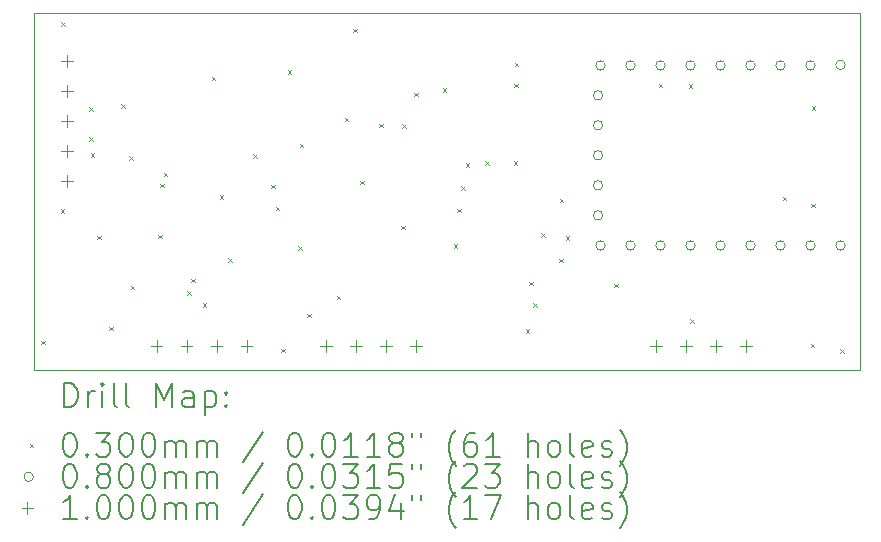
<source format=gbr>
%TF.GenerationSoftware,KiCad,Pcbnew,9.0.6*%
%TF.CreationDate,2025-12-01T20:52:56-05:00*%
%TF.ProjectId,Pico 2HP,5069636f-2032-4485-902e-6b696361645f,rev?*%
%TF.SameCoordinates,Original*%
%TF.FileFunction,Drillmap*%
%TF.FilePolarity,Positive*%
%FSLAX45Y45*%
G04 Gerber Fmt 4.5, Leading zero omitted, Abs format (unit mm)*
G04 Created by KiCad (PCBNEW 9.0.6) date 2025-12-01 20:52:56*
%MOMM*%
%LPD*%
G01*
G04 APERTURE LIST*
%ADD10C,0.050000*%
%ADD11C,0.200000*%
%ADD12C,0.100000*%
G04 APERTURE END LIST*
D10*
X7502500Y-5027500D02*
X14500000Y-5027500D01*
X14500000Y-8052500D01*
X7502500Y-8052500D01*
X7502500Y-5027500D01*
D11*
D12*
X7567500Y-7805000D02*
X7597500Y-7835000D01*
X7597500Y-7805000D02*
X7567500Y-7835000D01*
X7730000Y-6692500D02*
X7760000Y-6722500D01*
X7760000Y-6692500D02*
X7730000Y-6722500D01*
X7735000Y-5107500D02*
X7765000Y-5137500D01*
X7765000Y-5107500D02*
X7735000Y-5137500D01*
X7972500Y-6082500D02*
X8002500Y-6112500D01*
X8002500Y-6082500D02*
X7972500Y-6112500D01*
X7975000Y-5830000D02*
X8005000Y-5860000D01*
X8005000Y-5830000D02*
X7975000Y-5860000D01*
X7985000Y-6217500D02*
X8015000Y-6247500D01*
X8015000Y-6217500D02*
X7985000Y-6247500D01*
X8042500Y-6917500D02*
X8072500Y-6947500D01*
X8072500Y-6917500D02*
X8042500Y-6947500D01*
X8142500Y-7687500D02*
X8172500Y-7717500D01*
X8172500Y-7687500D02*
X8142500Y-7717500D01*
X8242500Y-5805000D02*
X8272500Y-5835000D01*
X8272500Y-5805000D02*
X8242500Y-5835000D01*
X8312500Y-6242500D02*
X8342500Y-6272500D01*
X8342500Y-6242500D02*
X8312500Y-6272500D01*
X8322500Y-7340000D02*
X8352500Y-7370000D01*
X8352500Y-7340000D02*
X8322500Y-7370000D01*
X8555000Y-6910000D02*
X8585000Y-6940000D01*
X8585000Y-6910000D02*
X8555000Y-6940000D01*
X8575000Y-6475000D02*
X8605000Y-6505000D01*
X8605000Y-6475000D02*
X8575000Y-6505000D01*
X8602500Y-6385000D02*
X8632500Y-6415000D01*
X8632500Y-6385000D02*
X8602500Y-6415000D01*
X8802500Y-7385000D02*
X8832500Y-7415000D01*
X8832500Y-7385000D02*
X8802500Y-7415000D01*
X8835000Y-7282500D02*
X8865000Y-7312500D01*
X8865000Y-7282500D02*
X8835000Y-7312500D01*
X8935000Y-7490000D02*
X8965000Y-7520000D01*
X8965000Y-7490000D02*
X8935000Y-7520000D01*
X9010000Y-5570000D02*
X9040000Y-5600000D01*
X9040000Y-5570000D02*
X9010000Y-5600000D01*
X9077500Y-6572500D02*
X9107500Y-6602500D01*
X9107500Y-6572500D02*
X9077500Y-6602500D01*
X9147500Y-7107500D02*
X9177500Y-7137500D01*
X9177500Y-7107500D02*
X9147500Y-7137500D01*
X9360000Y-6225000D02*
X9390000Y-6255000D01*
X9390000Y-6225000D02*
X9360000Y-6255000D01*
X9512500Y-6485000D02*
X9542500Y-6515000D01*
X9542500Y-6485000D02*
X9512500Y-6515000D01*
X9552500Y-6670000D02*
X9582500Y-6700000D01*
X9582500Y-6670000D02*
X9552500Y-6700000D01*
X9600000Y-7872500D02*
X9630000Y-7902500D01*
X9630000Y-7872500D02*
X9600000Y-7902500D01*
X9655000Y-5517500D02*
X9685000Y-5547500D01*
X9685000Y-5517500D02*
X9655000Y-5547500D01*
X9740000Y-7007500D02*
X9770000Y-7037500D01*
X9770000Y-7007500D02*
X9740000Y-7037500D01*
X9755000Y-6137500D02*
X9785000Y-6167500D01*
X9785000Y-6137500D02*
X9755000Y-6167500D01*
X9817500Y-7575920D02*
X9847500Y-7605920D01*
X9847500Y-7575920D02*
X9817500Y-7605920D01*
X10067500Y-7425000D02*
X10097500Y-7455000D01*
X10097500Y-7425000D02*
X10067500Y-7455000D01*
X10135000Y-5917500D02*
X10165000Y-5947500D01*
X10165000Y-5917500D02*
X10135000Y-5947500D01*
X10207500Y-5162500D02*
X10237500Y-5192500D01*
X10237500Y-5162500D02*
X10207500Y-5192500D01*
X10267500Y-6450000D02*
X10297500Y-6480000D01*
X10297500Y-6450000D02*
X10267500Y-6480000D01*
X10427500Y-5967500D02*
X10457500Y-5997500D01*
X10457500Y-5967500D02*
X10427500Y-5997500D01*
X10615000Y-6832500D02*
X10645000Y-6862500D01*
X10645000Y-6832500D02*
X10615000Y-6862500D01*
X10622809Y-5974768D02*
X10652809Y-6004768D01*
X10652809Y-5974768D02*
X10622809Y-6004768D01*
X10725000Y-5707500D02*
X10755000Y-5737500D01*
X10755000Y-5707500D02*
X10725000Y-5737500D01*
X10965000Y-5670000D02*
X10995000Y-5700000D01*
X10995000Y-5670000D02*
X10965000Y-5700000D01*
X11060000Y-6990000D02*
X11090000Y-7020000D01*
X11090000Y-6990000D02*
X11060000Y-7020000D01*
X11087500Y-6687500D02*
X11117500Y-6717500D01*
X11117500Y-6687500D02*
X11087500Y-6717500D01*
X11122500Y-6500000D02*
X11152500Y-6530000D01*
X11152500Y-6500000D02*
X11122500Y-6530000D01*
X11160000Y-6305000D02*
X11190000Y-6335000D01*
X11190000Y-6305000D02*
X11160000Y-6335000D01*
X11325000Y-6287500D02*
X11355000Y-6317500D01*
X11355000Y-6287500D02*
X11325000Y-6317500D01*
X11565000Y-6285000D02*
X11595000Y-6315000D01*
X11595000Y-6285000D02*
X11565000Y-6315000D01*
X11570000Y-5630000D02*
X11600000Y-5660000D01*
X11600000Y-5630000D02*
X11570000Y-5660000D01*
X11575000Y-5452500D02*
X11605000Y-5482500D01*
X11605000Y-5452500D02*
X11575000Y-5482500D01*
X11670000Y-7707500D02*
X11700000Y-7737500D01*
X11700000Y-7707500D02*
X11670000Y-7737500D01*
X11697500Y-7307500D02*
X11727500Y-7337500D01*
X11727500Y-7307500D02*
X11697500Y-7337500D01*
X11732500Y-7490000D02*
X11762500Y-7520000D01*
X11762500Y-7490000D02*
X11732500Y-7520000D01*
X11797500Y-6897500D02*
X11827500Y-6927500D01*
X11827500Y-6897500D02*
X11797500Y-6927500D01*
X11950000Y-7112500D02*
X11980000Y-7142500D01*
X11980000Y-7112500D02*
X11950000Y-7142500D01*
X11955000Y-6602500D02*
X11985000Y-6632500D01*
X11985000Y-6602500D02*
X11955000Y-6632500D01*
X12007500Y-6922500D02*
X12037500Y-6952500D01*
X12037500Y-6922500D02*
X12007500Y-6952500D01*
X12420000Y-7325000D02*
X12450000Y-7355000D01*
X12450000Y-7325000D02*
X12420000Y-7355000D01*
X12795000Y-5630000D02*
X12825000Y-5660000D01*
X12825000Y-5630000D02*
X12795000Y-5660000D01*
X13050000Y-5632500D02*
X13080000Y-5662500D01*
X13080000Y-5632500D02*
X13050000Y-5662500D01*
X13062500Y-7625000D02*
X13092500Y-7655000D01*
X13092500Y-7625000D02*
X13062500Y-7655000D01*
X13845000Y-6585000D02*
X13875000Y-6615000D01*
X13875000Y-6585000D02*
X13845000Y-6615000D01*
X14080000Y-7832500D02*
X14110000Y-7862500D01*
X14110000Y-7832500D02*
X14080000Y-7862500D01*
X14085000Y-6647500D02*
X14115000Y-6677500D01*
X14115000Y-6647500D02*
X14085000Y-6677500D01*
X14090000Y-5820000D02*
X14120000Y-5850000D01*
X14120000Y-5820000D02*
X14090000Y-5850000D01*
X14330000Y-7877500D02*
X14360000Y-7907500D01*
X14360000Y-7877500D02*
X14330000Y-7907500D01*
X12320500Y-5729000D02*
G75*
G02*
X12240500Y-5729000I-40000J0D01*
G01*
X12240500Y-5729000D02*
G75*
G02*
X12320500Y-5729000I40000J0D01*
G01*
X12320500Y-5983000D02*
G75*
G02*
X12240500Y-5983000I-40000J0D01*
G01*
X12240500Y-5983000D02*
G75*
G02*
X12320500Y-5983000I40000J0D01*
G01*
X12320500Y-6237000D02*
G75*
G02*
X12240500Y-6237000I-40000J0D01*
G01*
X12240500Y-6237000D02*
G75*
G02*
X12320500Y-6237000I40000J0D01*
G01*
X12320500Y-6491000D02*
G75*
G02*
X12240500Y-6491000I-40000J0D01*
G01*
X12240500Y-6491000D02*
G75*
G02*
X12320500Y-6491000I40000J0D01*
G01*
X12320500Y-6745000D02*
G75*
G02*
X12240500Y-6745000I-40000J0D01*
G01*
X12240500Y-6745000D02*
G75*
G02*
X12320500Y-6745000I40000J0D01*
G01*
X12341500Y-5475000D02*
G75*
G02*
X12261500Y-5475000I-40000J0D01*
G01*
X12261500Y-5475000D02*
G75*
G02*
X12341500Y-5475000I40000J0D01*
G01*
X12341500Y-6999000D02*
G75*
G02*
X12261500Y-6999000I-40000J0D01*
G01*
X12261500Y-6999000D02*
G75*
G02*
X12341500Y-6999000I40000J0D01*
G01*
X12595500Y-5475000D02*
G75*
G02*
X12515500Y-5475000I-40000J0D01*
G01*
X12515500Y-5475000D02*
G75*
G02*
X12595500Y-5475000I40000J0D01*
G01*
X12595500Y-6999000D02*
G75*
G02*
X12515500Y-6999000I-40000J0D01*
G01*
X12515500Y-6999000D02*
G75*
G02*
X12595500Y-6999000I40000J0D01*
G01*
X12849500Y-5475000D02*
G75*
G02*
X12769500Y-5475000I-40000J0D01*
G01*
X12769500Y-5475000D02*
G75*
G02*
X12849500Y-5475000I40000J0D01*
G01*
X12849500Y-6999000D02*
G75*
G02*
X12769500Y-6999000I-40000J0D01*
G01*
X12769500Y-6999000D02*
G75*
G02*
X12849500Y-6999000I40000J0D01*
G01*
X13103500Y-5475000D02*
G75*
G02*
X13023500Y-5475000I-40000J0D01*
G01*
X13023500Y-5475000D02*
G75*
G02*
X13103500Y-5475000I40000J0D01*
G01*
X13103500Y-6999000D02*
G75*
G02*
X13023500Y-6999000I-40000J0D01*
G01*
X13023500Y-6999000D02*
G75*
G02*
X13103500Y-6999000I40000J0D01*
G01*
X13357500Y-5475000D02*
G75*
G02*
X13277500Y-5475000I-40000J0D01*
G01*
X13277500Y-5475000D02*
G75*
G02*
X13357500Y-5475000I40000J0D01*
G01*
X13357500Y-6999000D02*
G75*
G02*
X13277500Y-6999000I-40000J0D01*
G01*
X13277500Y-6999000D02*
G75*
G02*
X13357500Y-6999000I40000J0D01*
G01*
X13611500Y-5475000D02*
G75*
G02*
X13531500Y-5475000I-40000J0D01*
G01*
X13531500Y-5475000D02*
G75*
G02*
X13611500Y-5475000I40000J0D01*
G01*
X13611500Y-6999000D02*
G75*
G02*
X13531500Y-6999000I-40000J0D01*
G01*
X13531500Y-6999000D02*
G75*
G02*
X13611500Y-6999000I40000J0D01*
G01*
X13865500Y-5475000D02*
G75*
G02*
X13785500Y-5475000I-40000J0D01*
G01*
X13785500Y-5475000D02*
G75*
G02*
X13865500Y-5475000I40000J0D01*
G01*
X13865500Y-6999000D02*
G75*
G02*
X13785500Y-6999000I-40000J0D01*
G01*
X13785500Y-6999000D02*
G75*
G02*
X13865500Y-6999000I40000J0D01*
G01*
X14119500Y-5475000D02*
G75*
G02*
X14039500Y-5475000I-40000J0D01*
G01*
X14039500Y-5475000D02*
G75*
G02*
X14119500Y-5475000I40000J0D01*
G01*
X14119500Y-6999000D02*
G75*
G02*
X14039500Y-6999000I-40000J0D01*
G01*
X14039500Y-6999000D02*
G75*
G02*
X14119500Y-6999000I40000J0D01*
G01*
X14373500Y-5471000D02*
G75*
G02*
X14293500Y-5471000I-40000J0D01*
G01*
X14293500Y-5471000D02*
G75*
G02*
X14373500Y-5471000I40000J0D01*
G01*
X14373500Y-6999000D02*
G75*
G02*
X14293500Y-6999000I-40000J0D01*
G01*
X14293500Y-6999000D02*
G75*
G02*
X14373500Y-6999000I40000J0D01*
G01*
X7787500Y-5390000D02*
X7787500Y-5490000D01*
X7737500Y-5440000D02*
X7837500Y-5440000D01*
X7787500Y-5644000D02*
X7787500Y-5744000D01*
X7737500Y-5694000D02*
X7837500Y-5694000D01*
X7787500Y-5898000D02*
X7787500Y-5998000D01*
X7737500Y-5948000D02*
X7837500Y-5948000D01*
X7787500Y-6152000D02*
X7787500Y-6252000D01*
X7737500Y-6202000D02*
X7837500Y-6202000D01*
X7787500Y-6406000D02*
X7787500Y-6506000D01*
X7737500Y-6456000D02*
X7837500Y-6456000D01*
X8542500Y-7797500D02*
X8542500Y-7897500D01*
X8492500Y-7847500D02*
X8592500Y-7847500D01*
X8796500Y-7797500D02*
X8796500Y-7897500D01*
X8746500Y-7847500D02*
X8846500Y-7847500D01*
X9050500Y-7797500D02*
X9050500Y-7897500D01*
X9000500Y-7847500D02*
X9100500Y-7847500D01*
X9304500Y-7797500D02*
X9304500Y-7897500D01*
X9254500Y-7847500D02*
X9354500Y-7847500D01*
X9975000Y-7797500D02*
X9975000Y-7897500D01*
X9925000Y-7847500D02*
X10025000Y-7847500D01*
X10229000Y-7797500D02*
X10229000Y-7897500D01*
X10179000Y-7847500D02*
X10279000Y-7847500D01*
X10483000Y-7797500D02*
X10483000Y-7897500D01*
X10433000Y-7847500D02*
X10533000Y-7847500D01*
X10737000Y-7797500D02*
X10737000Y-7897500D01*
X10687000Y-7847500D02*
X10787000Y-7847500D01*
X12770000Y-7797500D02*
X12770000Y-7897500D01*
X12720000Y-7847500D02*
X12820000Y-7847500D01*
X13024000Y-7797500D02*
X13024000Y-7897500D01*
X12974000Y-7847500D02*
X13074000Y-7847500D01*
X13278000Y-7797500D02*
X13278000Y-7897500D01*
X13228000Y-7847500D02*
X13328000Y-7847500D01*
X13532000Y-7797500D02*
X13532000Y-7897500D01*
X13482000Y-7847500D02*
X13582000Y-7847500D01*
D11*
X7760777Y-8366484D02*
X7760777Y-8166484D01*
X7760777Y-8166484D02*
X7808396Y-8166484D01*
X7808396Y-8166484D02*
X7836967Y-8176008D01*
X7836967Y-8176008D02*
X7856015Y-8195055D01*
X7856015Y-8195055D02*
X7865539Y-8214103D01*
X7865539Y-8214103D02*
X7875062Y-8252198D01*
X7875062Y-8252198D02*
X7875062Y-8280769D01*
X7875062Y-8280769D02*
X7865539Y-8318865D01*
X7865539Y-8318865D02*
X7856015Y-8337912D01*
X7856015Y-8337912D02*
X7836967Y-8356960D01*
X7836967Y-8356960D02*
X7808396Y-8366484D01*
X7808396Y-8366484D02*
X7760777Y-8366484D01*
X7960777Y-8366484D02*
X7960777Y-8233150D01*
X7960777Y-8271246D02*
X7970301Y-8252198D01*
X7970301Y-8252198D02*
X7979824Y-8242674D01*
X7979824Y-8242674D02*
X7998872Y-8233150D01*
X7998872Y-8233150D02*
X8017920Y-8233150D01*
X8084586Y-8366484D02*
X8084586Y-8233150D01*
X8084586Y-8166484D02*
X8075062Y-8176008D01*
X8075062Y-8176008D02*
X8084586Y-8185531D01*
X8084586Y-8185531D02*
X8094110Y-8176008D01*
X8094110Y-8176008D02*
X8084586Y-8166484D01*
X8084586Y-8166484D02*
X8084586Y-8185531D01*
X8208396Y-8366484D02*
X8189348Y-8356960D01*
X8189348Y-8356960D02*
X8179824Y-8337912D01*
X8179824Y-8337912D02*
X8179824Y-8166484D01*
X8313158Y-8366484D02*
X8294110Y-8356960D01*
X8294110Y-8356960D02*
X8284586Y-8337912D01*
X8284586Y-8337912D02*
X8284586Y-8166484D01*
X8541729Y-8366484D02*
X8541729Y-8166484D01*
X8541729Y-8166484D02*
X8608396Y-8309341D01*
X8608396Y-8309341D02*
X8675063Y-8166484D01*
X8675063Y-8166484D02*
X8675063Y-8366484D01*
X8856015Y-8366484D02*
X8856015Y-8261722D01*
X8856015Y-8261722D02*
X8846491Y-8242674D01*
X8846491Y-8242674D02*
X8827444Y-8233150D01*
X8827444Y-8233150D02*
X8789348Y-8233150D01*
X8789348Y-8233150D02*
X8770301Y-8242674D01*
X8856015Y-8356960D02*
X8836967Y-8366484D01*
X8836967Y-8366484D02*
X8789348Y-8366484D01*
X8789348Y-8366484D02*
X8770301Y-8356960D01*
X8770301Y-8356960D02*
X8760777Y-8337912D01*
X8760777Y-8337912D02*
X8760777Y-8318865D01*
X8760777Y-8318865D02*
X8770301Y-8299817D01*
X8770301Y-8299817D02*
X8789348Y-8290293D01*
X8789348Y-8290293D02*
X8836967Y-8290293D01*
X8836967Y-8290293D02*
X8856015Y-8280769D01*
X8951253Y-8233150D02*
X8951253Y-8433150D01*
X8951253Y-8242674D02*
X8970301Y-8233150D01*
X8970301Y-8233150D02*
X9008396Y-8233150D01*
X9008396Y-8233150D02*
X9027444Y-8242674D01*
X9027444Y-8242674D02*
X9036967Y-8252198D01*
X9036967Y-8252198D02*
X9046491Y-8271246D01*
X9046491Y-8271246D02*
X9046491Y-8328388D01*
X9046491Y-8328388D02*
X9036967Y-8347436D01*
X9036967Y-8347436D02*
X9027444Y-8356960D01*
X9027444Y-8356960D02*
X9008396Y-8366484D01*
X9008396Y-8366484D02*
X8970301Y-8366484D01*
X8970301Y-8366484D02*
X8951253Y-8356960D01*
X9132205Y-8347436D02*
X9141729Y-8356960D01*
X9141729Y-8356960D02*
X9132205Y-8366484D01*
X9132205Y-8366484D02*
X9122682Y-8356960D01*
X9122682Y-8356960D02*
X9132205Y-8347436D01*
X9132205Y-8347436D02*
X9132205Y-8366484D01*
X9132205Y-8242674D02*
X9141729Y-8252198D01*
X9141729Y-8252198D02*
X9132205Y-8261722D01*
X9132205Y-8261722D02*
X9122682Y-8252198D01*
X9122682Y-8252198D02*
X9132205Y-8242674D01*
X9132205Y-8242674D02*
X9132205Y-8261722D01*
D12*
X7470000Y-8680000D02*
X7500000Y-8710000D01*
X7500000Y-8680000D02*
X7470000Y-8710000D01*
D11*
X7798872Y-8586484D02*
X7817920Y-8586484D01*
X7817920Y-8586484D02*
X7836967Y-8596008D01*
X7836967Y-8596008D02*
X7846491Y-8605531D01*
X7846491Y-8605531D02*
X7856015Y-8624579D01*
X7856015Y-8624579D02*
X7865539Y-8662674D01*
X7865539Y-8662674D02*
X7865539Y-8710293D01*
X7865539Y-8710293D02*
X7856015Y-8748389D01*
X7856015Y-8748389D02*
X7846491Y-8767436D01*
X7846491Y-8767436D02*
X7836967Y-8776960D01*
X7836967Y-8776960D02*
X7817920Y-8786484D01*
X7817920Y-8786484D02*
X7798872Y-8786484D01*
X7798872Y-8786484D02*
X7779824Y-8776960D01*
X7779824Y-8776960D02*
X7770301Y-8767436D01*
X7770301Y-8767436D02*
X7760777Y-8748389D01*
X7760777Y-8748389D02*
X7751253Y-8710293D01*
X7751253Y-8710293D02*
X7751253Y-8662674D01*
X7751253Y-8662674D02*
X7760777Y-8624579D01*
X7760777Y-8624579D02*
X7770301Y-8605531D01*
X7770301Y-8605531D02*
X7779824Y-8596008D01*
X7779824Y-8596008D02*
X7798872Y-8586484D01*
X7951253Y-8767436D02*
X7960777Y-8776960D01*
X7960777Y-8776960D02*
X7951253Y-8786484D01*
X7951253Y-8786484D02*
X7941729Y-8776960D01*
X7941729Y-8776960D02*
X7951253Y-8767436D01*
X7951253Y-8767436D02*
X7951253Y-8786484D01*
X8027443Y-8586484D02*
X8151253Y-8586484D01*
X8151253Y-8586484D02*
X8084586Y-8662674D01*
X8084586Y-8662674D02*
X8113158Y-8662674D01*
X8113158Y-8662674D02*
X8132205Y-8672198D01*
X8132205Y-8672198D02*
X8141729Y-8681722D01*
X8141729Y-8681722D02*
X8151253Y-8700770D01*
X8151253Y-8700770D02*
X8151253Y-8748389D01*
X8151253Y-8748389D02*
X8141729Y-8767436D01*
X8141729Y-8767436D02*
X8132205Y-8776960D01*
X8132205Y-8776960D02*
X8113158Y-8786484D01*
X8113158Y-8786484D02*
X8056015Y-8786484D01*
X8056015Y-8786484D02*
X8036967Y-8776960D01*
X8036967Y-8776960D02*
X8027443Y-8767436D01*
X8275062Y-8586484D02*
X8294110Y-8586484D01*
X8294110Y-8586484D02*
X8313158Y-8596008D01*
X8313158Y-8596008D02*
X8322682Y-8605531D01*
X8322682Y-8605531D02*
X8332205Y-8624579D01*
X8332205Y-8624579D02*
X8341729Y-8662674D01*
X8341729Y-8662674D02*
X8341729Y-8710293D01*
X8341729Y-8710293D02*
X8332205Y-8748389D01*
X8332205Y-8748389D02*
X8322682Y-8767436D01*
X8322682Y-8767436D02*
X8313158Y-8776960D01*
X8313158Y-8776960D02*
X8294110Y-8786484D01*
X8294110Y-8786484D02*
X8275062Y-8786484D01*
X8275062Y-8786484D02*
X8256015Y-8776960D01*
X8256015Y-8776960D02*
X8246491Y-8767436D01*
X8246491Y-8767436D02*
X8236967Y-8748389D01*
X8236967Y-8748389D02*
X8227443Y-8710293D01*
X8227443Y-8710293D02*
X8227443Y-8662674D01*
X8227443Y-8662674D02*
X8236967Y-8624579D01*
X8236967Y-8624579D02*
X8246491Y-8605531D01*
X8246491Y-8605531D02*
X8256015Y-8596008D01*
X8256015Y-8596008D02*
X8275062Y-8586484D01*
X8465539Y-8586484D02*
X8484586Y-8586484D01*
X8484586Y-8586484D02*
X8503634Y-8596008D01*
X8503634Y-8596008D02*
X8513158Y-8605531D01*
X8513158Y-8605531D02*
X8522682Y-8624579D01*
X8522682Y-8624579D02*
X8532205Y-8662674D01*
X8532205Y-8662674D02*
X8532205Y-8710293D01*
X8532205Y-8710293D02*
X8522682Y-8748389D01*
X8522682Y-8748389D02*
X8513158Y-8767436D01*
X8513158Y-8767436D02*
X8503634Y-8776960D01*
X8503634Y-8776960D02*
X8484586Y-8786484D01*
X8484586Y-8786484D02*
X8465539Y-8786484D01*
X8465539Y-8786484D02*
X8446491Y-8776960D01*
X8446491Y-8776960D02*
X8436967Y-8767436D01*
X8436967Y-8767436D02*
X8427444Y-8748389D01*
X8427444Y-8748389D02*
X8417920Y-8710293D01*
X8417920Y-8710293D02*
X8417920Y-8662674D01*
X8417920Y-8662674D02*
X8427444Y-8624579D01*
X8427444Y-8624579D02*
X8436967Y-8605531D01*
X8436967Y-8605531D02*
X8446491Y-8596008D01*
X8446491Y-8596008D02*
X8465539Y-8586484D01*
X8617920Y-8786484D02*
X8617920Y-8653150D01*
X8617920Y-8672198D02*
X8627444Y-8662674D01*
X8627444Y-8662674D02*
X8646491Y-8653150D01*
X8646491Y-8653150D02*
X8675063Y-8653150D01*
X8675063Y-8653150D02*
X8694110Y-8662674D01*
X8694110Y-8662674D02*
X8703634Y-8681722D01*
X8703634Y-8681722D02*
X8703634Y-8786484D01*
X8703634Y-8681722D02*
X8713158Y-8662674D01*
X8713158Y-8662674D02*
X8732205Y-8653150D01*
X8732205Y-8653150D02*
X8760777Y-8653150D01*
X8760777Y-8653150D02*
X8779825Y-8662674D01*
X8779825Y-8662674D02*
X8789348Y-8681722D01*
X8789348Y-8681722D02*
X8789348Y-8786484D01*
X8884586Y-8786484D02*
X8884586Y-8653150D01*
X8884586Y-8672198D02*
X8894110Y-8662674D01*
X8894110Y-8662674D02*
X8913158Y-8653150D01*
X8913158Y-8653150D02*
X8941729Y-8653150D01*
X8941729Y-8653150D02*
X8960777Y-8662674D01*
X8960777Y-8662674D02*
X8970301Y-8681722D01*
X8970301Y-8681722D02*
X8970301Y-8786484D01*
X8970301Y-8681722D02*
X8979825Y-8662674D01*
X8979825Y-8662674D02*
X8998872Y-8653150D01*
X8998872Y-8653150D02*
X9027444Y-8653150D01*
X9027444Y-8653150D02*
X9046491Y-8662674D01*
X9046491Y-8662674D02*
X9056015Y-8681722D01*
X9056015Y-8681722D02*
X9056015Y-8786484D01*
X9446491Y-8576960D02*
X9275063Y-8834103D01*
X9703634Y-8586484D02*
X9722682Y-8586484D01*
X9722682Y-8586484D02*
X9741729Y-8596008D01*
X9741729Y-8596008D02*
X9751253Y-8605531D01*
X9751253Y-8605531D02*
X9760777Y-8624579D01*
X9760777Y-8624579D02*
X9770301Y-8662674D01*
X9770301Y-8662674D02*
X9770301Y-8710293D01*
X9770301Y-8710293D02*
X9760777Y-8748389D01*
X9760777Y-8748389D02*
X9751253Y-8767436D01*
X9751253Y-8767436D02*
X9741729Y-8776960D01*
X9741729Y-8776960D02*
X9722682Y-8786484D01*
X9722682Y-8786484D02*
X9703634Y-8786484D01*
X9703634Y-8786484D02*
X9684587Y-8776960D01*
X9684587Y-8776960D02*
X9675063Y-8767436D01*
X9675063Y-8767436D02*
X9665539Y-8748389D01*
X9665539Y-8748389D02*
X9656015Y-8710293D01*
X9656015Y-8710293D02*
X9656015Y-8662674D01*
X9656015Y-8662674D02*
X9665539Y-8624579D01*
X9665539Y-8624579D02*
X9675063Y-8605531D01*
X9675063Y-8605531D02*
X9684587Y-8596008D01*
X9684587Y-8596008D02*
X9703634Y-8586484D01*
X9856015Y-8767436D02*
X9865539Y-8776960D01*
X9865539Y-8776960D02*
X9856015Y-8786484D01*
X9856015Y-8786484D02*
X9846491Y-8776960D01*
X9846491Y-8776960D02*
X9856015Y-8767436D01*
X9856015Y-8767436D02*
X9856015Y-8786484D01*
X9989348Y-8586484D02*
X10008396Y-8586484D01*
X10008396Y-8586484D02*
X10027444Y-8596008D01*
X10027444Y-8596008D02*
X10036968Y-8605531D01*
X10036968Y-8605531D02*
X10046491Y-8624579D01*
X10046491Y-8624579D02*
X10056015Y-8662674D01*
X10056015Y-8662674D02*
X10056015Y-8710293D01*
X10056015Y-8710293D02*
X10046491Y-8748389D01*
X10046491Y-8748389D02*
X10036968Y-8767436D01*
X10036968Y-8767436D02*
X10027444Y-8776960D01*
X10027444Y-8776960D02*
X10008396Y-8786484D01*
X10008396Y-8786484D02*
X9989348Y-8786484D01*
X9989348Y-8786484D02*
X9970301Y-8776960D01*
X9970301Y-8776960D02*
X9960777Y-8767436D01*
X9960777Y-8767436D02*
X9951253Y-8748389D01*
X9951253Y-8748389D02*
X9941729Y-8710293D01*
X9941729Y-8710293D02*
X9941729Y-8662674D01*
X9941729Y-8662674D02*
X9951253Y-8624579D01*
X9951253Y-8624579D02*
X9960777Y-8605531D01*
X9960777Y-8605531D02*
X9970301Y-8596008D01*
X9970301Y-8596008D02*
X9989348Y-8586484D01*
X10246491Y-8786484D02*
X10132206Y-8786484D01*
X10189348Y-8786484D02*
X10189348Y-8586484D01*
X10189348Y-8586484D02*
X10170301Y-8615055D01*
X10170301Y-8615055D02*
X10151253Y-8634103D01*
X10151253Y-8634103D02*
X10132206Y-8643627D01*
X10436968Y-8786484D02*
X10322682Y-8786484D01*
X10379825Y-8786484D02*
X10379825Y-8586484D01*
X10379825Y-8586484D02*
X10360777Y-8615055D01*
X10360777Y-8615055D02*
X10341729Y-8634103D01*
X10341729Y-8634103D02*
X10322682Y-8643627D01*
X10551253Y-8672198D02*
X10532206Y-8662674D01*
X10532206Y-8662674D02*
X10522682Y-8653150D01*
X10522682Y-8653150D02*
X10513158Y-8634103D01*
X10513158Y-8634103D02*
X10513158Y-8624579D01*
X10513158Y-8624579D02*
X10522682Y-8605531D01*
X10522682Y-8605531D02*
X10532206Y-8596008D01*
X10532206Y-8596008D02*
X10551253Y-8586484D01*
X10551253Y-8586484D02*
X10589349Y-8586484D01*
X10589349Y-8586484D02*
X10608396Y-8596008D01*
X10608396Y-8596008D02*
X10617920Y-8605531D01*
X10617920Y-8605531D02*
X10627444Y-8624579D01*
X10627444Y-8624579D02*
X10627444Y-8634103D01*
X10627444Y-8634103D02*
X10617920Y-8653150D01*
X10617920Y-8653150D02*
X10608396Y-8662674D01*
X10608396Y-8662674D02*
X10589349Y-8672198D01*
X10589349Y-8672198D02*
X10551253Y-8672198D01*
X10551253Y-8672198D02*
X10532206Y-8681722D01*
X10532206Y-8681722D02*
X10522682Y-8691246D01*
X10522682Y-8691246D02*
X10513158Y-8710293D01*
X10513158Y-8710293D02*
X10513158Y-8748389D01*
X10513158Y-8748389D02*
X10522682Y-8767436D01*
X10522682Y-8767436D02*
X10532206Y-8776960D01*
X10532206Y-8776960D02*
X10551253Y-8786484D01*
X10551253Y-8786484D02*
X10589349Y-8786484D01*
X10589349Y-8786484D02*
X10608396Y-8776960D01*
X10608396Y-8776960D02*
X10617920Y-8767436D01*
X10617920Y-8767436D02*
X10627444Y-8748389D01*
X10627444Y-8748389D02*
X10627444Y-8710293D01*
X10627444Y-8710293D02*
X10617920Y-8691246D01*
X10617920Y-8691246D02*
X10608396Y-8681722D01*
X10608396Y-8681722D02*
X10589349Y-8672198D01*
X10703634Y-8586484D02*
X10703634Y-8624579D01*
X10779825Y-8586484D02*
X10779825Y-8624579D01*
X11075063Y-8862674D02*
X11065539Y-8853150D01*
X11065539Y-8853150D02*
X11046491Y-8824579D01*
X11046491Y-8824579D02*
X11036968Y-8805531D01*
X11036968Y-8805531D02*
X11027444Y-8776960D01*
X11027444Y-8776960D02*
X11017920Y-8729341D01*
X11017920Y-8729341D02*
X11017920Y-8691246D01*
X11017920Y-8691246D02*
X11027444Y-8643627D01*
X11027444Y-8643627D02*
X11036968Y-8615055D01*
X11036968Y-8615055D02*
X11046491Y-8596008D01*
X11046491Y-8596008D02*
X11065539Y-8567436D01*
X11065539Y-8567436D02*
X11075063Y-8557912D01*
X11236968Y-8586484D02*
X11198872Y-8586484D01*
X11198872Y-8586484D02*
X11179825Y-8596008D01*
X11179825Y-8596008D02*
X11170301Y-8605531D01*
X11170301Y-8605531D02*
X11151253Y-8634103D01*
X11151253Y-8634103D02*
X11141730Y-8672198D01*
X11141730Y-8672198D02*
X11141730Y-8748389D01*
X11141730Y-8748389D02*
X11151253Y-8767436D01*
X11151253Y-8767436D02*
X11160777Y-8776960D01*
X11160777Y-8776960D02*
X11179825Y-8786484D01*
X11179825Y-8786484D02*
X11217920Y-8786484D01*
X11217920Y-8786484D02*
X11236968Y-8776960D01*
X11236968Y-8776960D02*
X11246491Y-8767436D01*
X11246491Y-8767436D02*
X11256015Y-8748389D01*
X11256015Y-8748389D02*
X11256015Y-8700770D01*
X11256015Y-8700770D02*
X11246491Y-8681722D01*
X11246491Y-8681722D02*
X11236968Y-8672198D01*
X11236968Y-8672198D02*
X11217920Y-8662674D01*
X11217920Y-8662674D02*
X11179825Y-8662674D01*
X11179825Y-8662674D02*
X11160777Y-8672198D01*
X11160777Y-8672198D02*
X11151253Y-8681722D01*
X11151253Y-8681722D02*
X11141730Y-8700770D01*
X11446491Y-8786484D02*
X11332206Y-8786484D01*
X11389348Y-8786484D02*
X11389348Y-8586484D01*
X11389348Y-8586484D02*
X11370301Y-8615055D01*
X11370301Y-8615055D02*
X11351253Y-8634103D01*
X11351253Y-8634103D02*
X11332206Y-8643627D01*
X11684587Y-8786484D02*
X11684587Y-8586484D01*
X11770301Y-8786484D02*
X11770301Y-8681722D01*
X11770301Y-8681722D02*
X11760777Y-8662674D01*
X11760777Y-8662674D02*
X11741730Y-8653150D01*
X11741730Y-8653150D02*
X11713158Y-8653150D01*
X11713158Y-8653150D02*
X11694110Y-8662674D01*
X11694110Y-8662674D02*
X11684587Y-8672198D01*
X11894110Y-8786484D02*
X11875063Y-8776960D01*
X11875063Y-8776960D02*
X11865539Y-8767436D01*
X11865539Y-8767436D02*
X11856015Y-8748389D01*
X11856015Y-8748389D02*
X11856015Y-8691246D01*
X11856015Y-8691246D02*
X11865539Y-8672198D01*
X11865539Y-8672198D02*
X11875063Y-8662674D01*
X11875063Y-8662674D02*
X11894110Y-8653150D01*
X11894110Y-8653150D02*
X11922682Y-8653150D01*
X11922682Y-8653150D02*
X11941730Y-8662674D01*
X11941730Y-8662674D02*
X11951253Y-8672198D01*
X11951253Y-8672198D02*
X11960777Y-8691246D01*
X11960777Y-8691246D02*
X11960777Y-8748389D01*
X11960777Y-8748389D02*
X11951253Y-8767436D01*
X11951253Y-8767436D02*
X11941730Y-8776960D01*
X11941730Y-8776960D02*
X11922682Y-8786484D01*
X11922682Y-8786484D02*
X11894110Y-8786484D01*
X12075063Y-8786484D02*
X12056015Y-8776960D01*
X12056015Y-8776960D02*
X12046491Y-8757912D01*
X12046491Y-8757912D02*
X12046491Y-8586484D01*
X12227444Y-8776960D02*
X12208396Y-8786484D01*
X12208396Y-8786484D02*
X12170301Y-8786484D01*
X12170301Y-8786484D02*
X12151253Y-8776960D01*
X12151253Y-8776960D02*
X12141730Y-8757912D01*
X12141730Y-8757912D02*
X12141730Y-8681722D01*
X12141730Y-8681722D02*
X12151253Y-8662674D01*
X12151253Y-8662674D02*
X12170301Y-8653150D01*
X12170301Y-8653150D02*
X12208396Y-8653150D01*
X12208396Y-8653150D02*
X12227444Y-8662674D01*
X12227444Y-8662674D02*
X12236968Y-8681722D01*
X12236968Y-8681722D02*
X12236968Y-8700770D01*
X12236968Y-8700770D02*
X12141730Y-8719817D01*
X12313158Y-8776960D02*
X12332206Y-8786484D01*
X12332206Y-8786484D02*
X12370301Y-8786484D01*
X12370301Y-8786484D02*
X12389349Y-8776960D01*
X12389349Y-8776960D02*
X12398872Y-8757912D01*
X12398872Y-8757912D02*
X12398872Y-8748389D01*
X12398872Y-8748389D02*
X12389349Y-8729341D01*
X12389349Y-8729341D02*
X12370301Y-8719817D01*
X12370301Y-8719817D02*
X12341730Y-8719817D01*
X12341730Y-8719817D02*
X12322682Y-8710293D01*
X12322682Y-8710293D02*
X12313158Y-8691246D01*
X12313158Y-8691246D02*
X12313158Y-8681722D01*
X12313158Y-8681722D02*
X12322682Y-8662674D01*
X12322682Y-8662674D02*
X12341730Y-8653150D01*
X12341730Y-8653150D02*
X12370301Y-8653150D01*
X12370301Y-8653150D02*
X12389349Y-8662674D01*
X12465539Y-8862674D02*
X12475063Y-8853150D01*
X12475063Y-8853150D02*
X12494111Y-8824579D01*
X12494111Y-8824579D02*
X12503634Y-8805531D01*
X12503634Y-8805531D02*
X12513158Y-8776960D01*
X12513158Y-8776960D02*
X12522682Y-8729341D01*
X12522682Y-8729341D02*
X12522682Y-8691246D01*
X12522682Y-8691246D02*
X12513158Y-8643627D01*
X12513158Y-8643627D02*
X12503634Y-8615055D01*
X12503634Y-8615055D02*
X12494111Y-8596008D01*
X12494111Y-8596008D02*
X12475063Y-8567436D01*
X12475063Y-8567436D02*
X12465539Y-8557912D01*
D12*
X7500000Y-8959000D02*
G75*
G02*
X7420000Y-8959000I-40000J0D01*
G01*
X7420000Y-8959000D02*
G75*
G02*
X7500000Y-8959000I40000J0D01*
G01*
D11*
X7798872Y-8850484D02*
X7817920Y-8850484D01*
X7817920Y-8850484D02*
X7836967Y-8860008D01*
X7836967Y-8860008D02*
X7846491Y-8869531D01*
X7846491Y-8869531D02*
X7856015Y-8888579D01*
X7856015Y-8888579D02*
X7865539Y-8926674D01*
X7865539Y-8926674D02*
X7865539Y-8974293D01*
X7865539Y-8974293D02*
X7856015Y-9012389D01*
X7856015Y-9012389D02*
X7846491Y-9031436D01*
X7846491Y-9031436D02*
X7836967Y-9040960D01*
X7836967Y-9040960D02*
X7817920Y-9050484D01*
X7817920Y-9050484D02*
X7798872Y-9050484D01*
X7798872Y-9050484D02*
X7779824Y-9040960D01*
X7779824Y-9040960D02*
X7770301Y-9031436D01*
X7770301Y-9031436D02*
X7760777Y-9012389D01*
X7760777Y-9012389D02*
X7751253Y-8974293D01*
X7751253Y-8974293D02*
X7751253Y-8926674D01*
X7751253Y-8926674D02*
X7760777Y-8888579D01*
X7760777Y-8888579D02*
X7770301Y-8869531D01*
X7770301Y-8869531D02*
X7779824Y-8860008D01*
X7779824Y-8860008D02*
X7798872Y-8850484D01*
X7951253Y-9031436D02*
X7960777Y-9040960D01*
X7960777Y-9040960D02*
X7951253Y-9050484D01*
X7951253Y-9050484D02*
X7941729Y-9040960D01*
X7941729Y-9040960D02*
X7951253Y-9031436D01*
X7951253Y-9031436D02*
X7951253Y-9050484D01*
X8075062Y-8936198D02*
X8056015Y-8926674D01*
X8056015Y-8926674D02*
X8046491Y-8917150D01*
X8046491Y-8917150D02*
X8036967Y-8898103D01*
X8036967Y-8898103D02*
X8036967Y-8888579D01*
X8036967Y-8888579D02*
X8046491Y-8869531D01*
X8046491Y-8869531D02*
X8056015Y-8860008D01*
X8056015Y-8860008D02*
X8075062Y-8850484D01*
X8075062Y-8850484D02*
X8113158Y-8850484D01*
X8113158Y-8850484D02*
X8132205Y-8860008D01*
X8132205Y-8860008D02*
X8141729Y-8869531D01*
X8141729Y-8869531D02*
X8151253Y-8888579D01*
X8151253Y-8888579D02*
X8151253Y-8898103D01*
X8151253Y-8898103D02*
X8141729Y-8917150D01*
X8141729Y-8917150D02*
X8132205Y-8926674D01*
X8132205Y-8926674D02*
X8113158Y-8936198D01*
X8113158Y-8936198D02*
X8075062Y-8936198D01*
X8075062Y-8936198D02*
X8056015Y-8945722D01*
X8056015Y-8945722D02*
X8046491Y-8955246D01*
X8046491Y-8955246D02*
X8036967Y-8974293D01*
X8036967Y-8974293D02*
X8036967Y-9012389D01*
X8036967Y-9012389D02*
X8046491Y-9031436D01*
X8046491Y-9031436D02*
X8056015Y-9040960D01*
X8056015Y-9040960D02*
X8075062Y-9050484D01*
X8075062Y-9050484D02*
X8113158Y-9050484D01*
X8113158Y-9050484D02*
X8132205Y-9040960D01*
X8132205Y-9040960D02*
X8141729Y-9031436D01*
X8141729Y-9031436D02*
X8151253Y-9012389D01*
X8151253Y-9012389D02*
X8151253Y-8974293D01*
X8151253Y-8974293D02*
X8141729Y-8955246D01*
X8141729Y-8955246D02*
X8132205Y-8945722D01*
X8132205Y-8945722D02*
X8113158Y-8936198D01*
X8275062Y-8850484D02*
X8294110Y-8850484D01*
X8294110Y-8850484D02*
X8313158Y-8860008D01*
X8313158Y-8860008D02*
X8322682Y-8869531D01*
X8322682Y-8869531D02*
X8332205Y-8888579D01*
X8332205Y-8888579D02*
X8341729Y-8926674D01*
X8341729Y-8926674D02*
X8341729Y-8974293D01*
X8341729Y-8974293D02*
X8332205Y-9012389D01*
X8332205Y-9012389D02*
X8322682Y-9031436D01*
X8322682Y-9031436D02*
X8313158Y-9040960D01*
X8313158Y-9040960D02*
X8294110Y-9050484D01*
X8294110Y-9050484D02*
X8275062Y-9050484D01*
X8275062Y-9050484D02*
X8256015Y-9040960D01*
X8256015Y-9040960D02*
X8246491Y-9031436D01*
X8246491Y-9031436D02*
X8236967Y-9012389D01*
X8236967Y-9012389D02*
X8227443Y-8974293D01*
X8227443Y-8974293D02*
X8227443Y-8926674D01*
X8227443Y-8926674D02*
X8236967Y-8888579D01*
X8236967Y-8888579D02*
X8246491Y-8869531D01*
X8246491Y-8869531D02*
X8256015Y-8860008D01*
X8256015Y-8860008D02*
X8275062Y-8850484D01*
X8465539Y-8850484D02*
X8484586Y-8850484D01*
X8484586Y-8850484D02*
X8503634Y-8860008D01*
X8503634Y-8860008D02*
X8513158Y-8869531D01*
X8513158Y-8869531D02*
X8522682Y-8888579D01*
X8522682Y-8888579D02*
X8532205Y-8926674D01*
X8532205Y-8926674D02*
X8532205Y-8974293D01*
X8532205Y-8974293D02*
X8522682Y-9012389D01*
X8522682Y-9012389D02*
X8513158Y-9031436D01*
X8513158Y-9031436D02*
X8503634Y-9040960D01*
X8503634Y-9040960D02*
X8484586Y-9050484D01*
X8484586Y-9050484D02*
X8465539Y-9050484D01*
X8465539Y-9050484D02*
X8446491Y-9040960D01*
X8446491Y-9040960D02*
X8436967Y-9031436D01*
X8436967Y-9031436D02*
X8427444Y-9012389D01*
X8427444Y-9012389D02*
X8417920Y-8974293D01*
X8417920Y-8974293D02*
X8417920Y-8926674D01*
X8417920Y-8926674D02*
X8427444Y-8888579D01*
X8427444Y-8888579D02*
X8436967Y-8869531D01*
X8436967Y-8869531D02*
X8446491Y-8860008D01*
X8446491Y-8860008D02*
X8465539Y-8850484D01*
X8617920Y-9050484D02*
X8617920Y-8917150D01*
X8617920Y-8936198D02*
X8627444Y-8926674D01*
X8627444Y-8926674D02*
X8646491Y-8917150D01*
X8646491Y-8917150D02*
X8675063Y-8917150D01*
X8675063Y-8917150D02*
X8694110Y-8926674D01*
X8694110Y-8926674D02*
X8703634Y-8945722D01*
X8703634Y-8945722D02*
X8703634Y-9050484D01*
X8703634Y-8945722D02*
X8713158Y-8926674D01*
X8713158Y-8926674D02*
X8732205Y-8917150D01*
X8732205Y-8917150D02*
X8760777Y-8917150D01*
X8760777Y-8917150D02*
X8779825Y-8926674D01*
X8779825Y-8926674D02*
X8789348Y-8945722D01*
X8789348Y-8945722D02*
X8789348Y-9050484D01*
X8884586Y-9050484D02*
X8884586Y-8917150D01*
X8884586Y-8936198D02*
X8894110Y-8926674D01*
X8894110Y-8926674D02*
X8913158Y-8917150D01*
X8913158Y-8917150D02*
X8941729Y-8917150D01*
X8941729Y-8917150D02*
X8960777Y-8926674D01*
X8960777Y-8926674D02*
X8970301Y-8945722D01*
X8970301Y-8945722D02*
X8970301Y-9050484D01*
X8970301Y-8945722D02*
X8979825Y-8926674D01*
X8979825Y-8926674D02*
X8998872Y-8917150D01*
X8998872Y-8917150D02*
X9027444Y-8917150D01*
X9027444Y-8917150D02*
X9046491Y-8926674D01*
X9046491Y-8926674D02*
X9056015Y-8945722D01*
X9056015Y-8945722D02*
X9056015Y-9050484D01*
X9446491Y-8840960D02*
X9275063Y-9098103D01*
X9703634Y-8850484D02*
X9722682Y-8850484D01*
X9722682Y-8850484D02*
X9741729Y-8860008D01*
X9741729Y-8860008D02*
X9751253Y-8869531D01*
X9751253Y-8869531D02*
X9760777Y-8888579D01*
X9760777Y-8888579D02*
X9770301Y-8926674D01*
X9770301Y-8926674D02*
X9770301Y-8974293D01*
X9770301Y-8974293D02*
X9760777Y-9012389D01*
X9760777Y-9012389D02*
X9751253Y-9031436D01*
X9751253Y-9031436D02*
X9741729Y-9040960D01*
X9741729Y-9040960D02*
X9722682Y-9050484D01*
X9722682Y-9050484D02*
X9703634Y-9050484D01*
X9703634Y-9050484D02*
X9684587Y-9040960D01*
X9684587Y-9040960D02*
X9675063Y-9031436D01*
X9675063Y-9031436D02*
X9665539Y-9012389D01*
X9665539Y-9012389D02*
X9656015Y-8974293D01*
X9656015Y-8974293D02*
X9656015Y-8926674D01*
X9656015Y-8926674D02*
X9665539Y-8888579D01*
X9665539Y-8888579D02*
X9675063Y-8869531D01*
X9675063Y-8869531D02*
X9684587Y-8860008D01*
X9684587Y-8860008D02*
X9703634Y-8850484D01*
X9856015Y-9031436D02*
X9865539Y-9040960D01*
X9865539Y-9040960D02*
X9856015Y-9050484D01*
X9856015Y-9050484D02*
X9846491Y-9040960D01*
X9846491Y-9040960D02*
X9856015Y-9031436D01*
X9856015Y-9031436D02*
X9856015Y-9050484D01*
X9989348Y-8850484D02*
X10008396Y-8850484D01*
X10008396Y-8850484D02*
X10027444Y-8860008D01*
X10027444Y-8860008D02*
X10036968Y-8869531D01*
X10036968Y-8869531D02*
X10046491Y-8888579D01*
X10046491Y-8888579D02*
X10056015Y-8926674D01*
X10056015Y-8926674D02*
X10056015Y-8974293D01*
X10056015Y-8974293D02*
X10046491Y-9012389D01*
X10046491Y-9012389D02*
X10036968Y-9031436D01*
X10036968Y-9031436D02*
X10027444Y-9040960D01*
X10027444Y-9040960D02*
X10008396Y-9050484D01*
X10008396Y-9050484D02*
X9989348Y-9050484D01*
X9989348Y-9050484D02*
X9970301Y-9040960D01*
X9970301Y-9040960D02*
X9960777Y-9031436D01*
X9960777Y-9031436D02*
X9951253Y-9012389D01*
X9951253Y-9012389D02*
X9941729Y-8974293D01*
X9941729Y-8974293D02*
X9941729Y-8926674D01*
X9941729Y-8926674D02*
X9951253Y-8888579D01*
X9951253Y-8888579D02*
X9960777Y-8869531D01*
X9960777Y-8869531D02*
X9970301Y-8860008D01*
X9970301Y-8860008D02*
X9989348Y-8850484D01*
X10122682Y-8850484D02*
X10246491Y-8850484D01*
X10246491Y-8850484D02*
X10179825Y-8926674D01*
X10179825Y-8926674D02*
X10208396Y-8926674D01*
X10208396Y-8926674D02*
X10227444Y-8936198D01*
X10227444Y-8936198D02*
X10236968Y-8945722D01*
X10236968Y-8945722D02*
X10246491Y-8964770D01*
X10246491Y-8964770D02*
X10246491Y-9012389D01*
X10246491Y-9012389D02*
X10236968Y-9031436D01*
X10236968Y-9031436D02*
X10227444Y-9040960D01*
X10227444Y-9040960D02*
X10208396Y-9050484D01*
X10208396Y-9050484D02*
X10151253Y-9050484D01*
X10151253Y-9050484D02*
X10132206Y-9040960D01*
X10132206Y-9040960D02*
X10122682Y-9031436D01*
X10436968Y-9050484D02*
X10322682Y-9050484D01*
X10379825Y-9050484D02*
X10379825Y-8850484D01*
X10379825Y-8850484D02*
X10360777Y-8879055D01*
X10360777Y-8879055D02*
X10341729Y-8898103D01*
X10341729Y-8898103D02*
X10322682Y-8907627D01*
X10617920Y-8850484D02*
X10522682Y-8850484D01*
X10522682Y-8850484D02*
X10513158Y-8945722D01*
X10513158Y-8945722D02*
X10522682Y-8936198D01*
X10522682Y-8936198D02*
X10541729Y-8926674D01*
X10541729Y-8926674D02*
X10589349Y-8926674D01*
X10589349Y-8926674D02*
X10608396Y-8936198D01*
X10608396Y-8936198D02*
X10617920Y-8945722D01*
X10617920Y-8945722D02*
X10627444Y-8964770D01*
X10627444Y-8964770D02*
X10627444Y-9012389D01*
X10627444Y-9012389D02*
X10617920Y-9031436D01*
X10617920Y-9031436D02*
X10608396Y-9040960D01*
X10608396Y-9040960D02*
X10589349Y-9050484D01*
X10589349Y-9050484D02*
X10541729Y-9050484D01*
X10541729Y-9050484D02*
X10522682Y-9040960D01*
X10522682Y-9040960D02*
X10513158Y-9031436D01*
X10703634Y-8850484D02*
X10703634Y-8888579D01*
X10779825Y-8850484D02*
X10779825Y-8888579D01*
X11075063Y-9126674D02*
X11065539Y-9117150D01*
X11065539Y-9117150D02*
X11046491Y-9088579D01*
X11046491Y-9088579D02*
X11036968Y-9069531D01*
X11036968Y-9069531D02*
X11027444Y-9040960D01*
X11027444Y-9040960D02*
X11017920Y-8993341D01*
X11017920Y-8993341D02*
X11017920Y-8955246D01*
X11017920Y-8955246D02*
X11027444Y-8907627D01*
X11027444Y-8907627D02*
X11036968Y-8879055D01*
X11036968Y-8879055D02*
X11046491Y-8860008D01*
X11046491Y-8860008D02*
X11065539Y-8831436D01*
X11065539Y-8831436D02*
X11075063Y-8821912D01*
X11141730Y-8869531D02*
X11151253Y-8860008D01*
X11151253Y-8860008D02*
X11170301Y-8850484D01*
X11170301Y-8850484D02*
X11217920Y-8850484D01*
X11217920Y-8850484D02*
X11236968Y-8860008D01*
X11236968Y-8860008D02*
X11246491Y-8869531D01*
X11246491Y-8869531D02*
X11256015Y-8888579D01*
X11256015Y-8888579D02*
X11256015Y-8907627D01*
X11256015Y-8907627D02*
X11246491Y-8936198D01*
X11246491Y-8936198D02*
X11132206Y-9050484D01*
X11132206Y-9050484D02*
X11256015Y-9050484D01*
X11322682Y-8850484D02*
X11446491Y-8850484D01*
X11446491Y-8850484D02*
X11379825Y-8926674D01*
X11379825Y-8926674D02*
X11408396Y-8926674D01*
X11408396Y-8926674D02*
X11427444Y-8936198D01*
X11427444Y-8936198D02*
X11436968Y-8945722D01*
X11436968Y-8945722D02*
X11446491Y-8964770D01*
X11446491Y-8964770D02*
X11446491Y-9012389D01*
X11446491Y-9012389D02*
X11436968Y-9031436D01*
X11436968Y-9031436D02*
X11427444Y-9040960D01*
X11427444Y-9040960D02*
X11408396Y-9050484D01*
X11408396Y-9050484D02*
X11351253Y-9050484D01*
X11351253Y-9050484D02*
X11332206Y-9040960D01*
X11332206Y-9040960D02*
X11322682Y-9031436D01*
X11684587Y-9050484D02*
X11684587Y-8850484D01*
X11770301Y-9050484D02*
X11770301Y-8945722D01*
X11770301Y-8945722D02*
X11760777Y-8926674D01*
X11760777Y-8926674D02*
X11741730Y-8917150D01*
X11741730Y-8917150D02*
X11713158Y-8917150D01*
X11713158Y-8917150D02*
X11694110Y-8926674D01*
X11694110Y-8926674D02*
X11684587Y-8936198D01*
X11894110Y-9050484D02*
X11875063Y-9040960D01*
X11875063Y-9040960D02*
X11865539Y-9031436D01*
X11865539Y-9031436D02*
X11856015Y-9012389D01*
X11856015Y-9012389D02*
X11856015Y-8955246D01*
X11856015Y-8955246D02*
X11865539Y-8936198D01*
X11865539Y-8936198D02*
X11875063Y-8926674D01*
X11875063Y-8926674D02*
X11894110Y-8917150D01*
X11894110Y-8917150D02*
X11922682Y-8917150D01*
X11922682Y-8917150D02*
X11941730Y-8926674D01*
X11941730Y-8926674D02*
X11951253Y-8936198D01*
X11951253Y-8936198D02*
X11960777Y-8955246D01*
X11960777Y-8955246D02*
X11960777Y-9012389D01*
X11960777Y-9012389D02*
X11951253Y-9031436D01*
X11951253Y-9031436D02*
X11941730Y-9040960D01*
X11941730Y-9040960D02*
X11922682Y-9050484D01*
X11922682Y-9050484D02*
X11894110Y-9050484D01*
X12075063Y-9050484D02*
X12056015Y-9040960D01*
X12056015Y-9040960D02*
X12046491Y-9021912D01*
X12046491Y-9021912D02*
X12046491Y-8850484D01*
X12227444Y-9040960D02*
X12208396Y-9050484D01*
X12208396Y-9050484D02*
X12170301Y-9050484D01*
X12170301Y-9050484D02*
X12151253Y-9040960D01*
X12151253Y-9040960D02*
X12141730Y-9021912D01*
X12141730Y-9021912D02*
X12141730Y-8945722D01*
X12141730Y-8945722D02*
X12151253Y-8926674D01*
X12151253Y-8926674D02*
X12170301Y-8917150D01*
X12170301Y-8917150D02*
X12208396Y-8917150D01*
X12208396Y-8917150D02*
X12227444Y-8926674D01*
X12227444Y-8926674D02*
X12236968Y-8945722D01*
X12236968Y-8945722D02*
X12236968Y-8964770D01*
X12236968Y-8964770D02*
X12141730Y-8983817D01*
X12313158Y-9040960D02*
X12332206Y-9050484D01*
X12332206Y-9050484D02*
X12370301Y-9050484D01*
X12370301Y-9050484D02*
X12389349Y-9040960D01*
X12389349Y-9040960D02*
X12398872Y-9021912D01*
X12398872Y-9021912D02*
X12398872Y-9012389D01*
X12398872Y-9012389D02*
X12389349Y-8993341D01*
X12389349Y-8993341D02*
X12370301Y-8983817D01*
X12370301Y-8983817D02*
X12341730Y-8983817D01*
X12341730Y-8983817D02*
X12322682Y-8974293D01*
X12322682Y-8974293D02*
X12313158Y-8955246D01*
X12313158Y-8955246D02*
X12313158Y-8945722D01*
X12313158Y-8945722D02*
X12322682Y-8926674D01*
X12322682Y-8926674D02*
X12341730Y-8917150D01*
X12341730Y-8917150D02*
X12370301Y-8917150D01*
X12370301Y-8917150D02*
X12389349Y-8926674D01*
X12465539Y-9126674D02*
X12475063Y-9117150D01*
X12475063Y-9117150D02*
X12494111Y-9088579D01*
X12494111Y-9088579D02*
X12503634Y-9069531D01*
X12503634Y-9069531D02*
X12513158Y-9040960D01*
X12513158Y-9040960D02*
X12522682Y-8993341D01*
X12522682Y-8993341D02*
X12522682Y-8955246D01*
X12522682Y-8955246D02*
X12513158Y-8907627D01*
X12513158Y-8907627D02*
X12503634Y-8879055D01*
X12503634Y-8879055D02*
X12494111Y-8860008D01*
X12494111Y-8860008D02*
X12475063Y-8831436D01*
X12475063Y-8831436D02*
X12465539Y-8821912D01*
D12*
X7450000Y-9173000D02*
X7450000Y-9273000D01*
X7400000Y-9223000D02*
X7500000Y-9223000D01*
D11*
X7865539Y-9314484D02*
X7751253Y-9314484D01*
X7808396Y-9314484D02*
X7808396Y-9114484D01*
X7808396Y-9114484D02*
X7789348Y-9143055D01*
X7789348Y-9143055D02*
X7770301Y-9162103D01*
X7770301Y-9162103D02*
X7751253Y-9171627D01*
X7951253Y-9295436D02*
X7960777Y-9304960D01*
X7960777Y-9304960D02*
X7951253Y-9314484D01*
X7951253Y-9314484D02*
X7941729Y-9304960D01*
X7941729Y-9304960D02*
X7951253Y-9295436D01*
X7951253Y-9295436D02*
X7951253Y-9314484D01*
X8084586Y-9114484D02*
X8103634Y-9114484D01*
X8103634Y-9114484D02*
X8122682Y-9124008D01*
X8122682Y-9124008D02*
X8132205Y-9133531D01*
X8132205Y-9133531D02*
X8141729Y-9152579D01*
X8141729Y-9152579D02*
X8151253Y-9190674D01*
X8151253Y-9190674D02*
X8151253Y-9238293D01*
X8151253Y-9238293D02*
X8141729Y-9276389D01*
X8141729Y-9276389D02*
X8132205Y-9295436D01*
X8132205Y-9295436D02*
X8122682Y-9304960D01*
X8122682Y-9304960D02*
X8103634Y-9314484D01*
X8103634Y-9314484D02*
X8084586Y-9314484D01*
X8084586Y-9314484D02*
X8065539Y-9304960D01*
X8065539Y-9304960D02*
X8056015Y-9295436D01*
X8056015Y-9295436D02*
X8046491Y-9276389D01*
X8046491Y-9276389D02*
X8036967Y-9238293D01*
X8036967Y-9238293D02*
X8036967Y-9190674D01*
X8036967Y-9190674D02*
X8046491Y-9152579D01*
X8046491Y-9152579D02*
X8056015Y-9133531D01*
X8056015Y-9133531D02*
X8065539Y-9124008D01*
X8065539Y-9124008D02*
X8084586Y-9114484D01*
X8275062Y-9114484D02*
X8294110Y-9114484D01*
X8294110Y-9114484D02*
X8313158Y-9124008D01*
X8313158Y-9124008D02*
X8322682Y-9133531D01*
X8322682Y-9133531D02*
X8332205Y-9152579D01*
X8332205Y-9152579D02*
X8341729Y-9190674D01*
X8341729Y-9190674D02*
X8341729Y-9238293D01*
X8341729Y-9238293D02*
X8332205Y-9276389D01*
X8332205Y-9276389D02*
X8322682Y-9295436D01*
X8322682Y-9295436D02*
X8313158Y-9304960D01*
X8313158Y-9304960D02*
X8294110Y-9314484D01*
X8294110Y-9314484D02*
X8275062Y-9314484D01*
X8275062Y-9314484D02*
X8256015Y-9304960D01*
X8256015Y-9304960D02*
X8246491Y-9295436D01*
X8246491Y-9295436D02*
X8236967Y-9276389D01*
X8236967Y-9276389D02*
X8227443Y-9238293D01*
X8227443Y-9238293D02*
X8227443Y-9190674D01*
X8227443Y-9190674D02*
X8236967Y-9152579D01*
X8236967Y-9152579D02*
X8246491Y-9133531D01*
X8246491Y-9133531D02*
X8256015Y-9124008D01*
X8256015Y-9124008D02*
X8275062Y-9114484D01*
X8465539Y-9114484D02*
X8484586Y-9114484D01*
X8484586Y-9114484D02*
X8503634Y-9124008D01*
X8503634Y-9124008D02*
X8513158Y-9133531D01*
X8513158Y-9133531D02*
X8522682Y-9152579D01*
X8522682Y-9152579D02*
X8532205Y-9190674D01*
X8532205Y-9190674D02*
X8532205Y-9238293D01*
X8532205Y-9238293D02*
X8522682Y-9276389D01*
X8522682Y-9276389D02*
X8513158Y-9295436D01*
X8513158Y-9295436D02*
X8503634Y-9304960D01*
X8503634Y-9304960D02*
X8484586Y-9314484D01*
X8484586Y-9314484D02*
X8465539Y-9314484D01*
X8465539Y-9314484D02*
X8446491Y-9304960D01*
X8446491Y-9304960D02*
X8436967Y-9295436D01*
X8436967Y-9295436D02*
X8427444Y-9276389D01*
X8427444Y-9276389D02*
X8417920Y-9238293D01*
X8417920Y-9238293D02*
X8417920Y-9190674D01*
X8417920Y-9190674D02*
X8427444Y-9152579D01*
X8427444Y-9152579D02*
X8436967Y-9133531D01*
X8436967Y-9133531D02*
X8446491Y-9124008D01*
X8446491Y-9124008D02*
X8465539Y-9114484D01*
X8617920Y-9314484D02*
X8617920Y-9181150D01*
X8617920Y-9200198D02*
X8627444Y-9190674D01*
X8627444Y-9190674D02*
X8646491Y-9181150D01*
X8646491Y-9181150D02*
X8675063Y-9181150D01*
X8675063Y-9181150D02*
X8694110Y-9190674D01*
X8694110Y-9190674D02*
X8703634Y-9209722D01*
X8703634Y-9209722D02*
X8703634Y-9314484D01*
X8703634Y-9209722D02*
X8713158Y-9190674D01*
X8713158Y-9190674D02*
X8732205Y-9181150D01*
X8732205Y-9181150D02*
X8760777Y-9181150D01*
X8760777Y-9181150D02*
X8779825Y-9190674D01*
X8779825Y-9190674D02*
X8789348Y-9209722D01*
X8789348Y-9209722D02*
X8789348Y-9314484D01*
X8884586Y-9314484D02*
X8884586Y-9181150D01*
X8884586Y-9200198D02*
X8894110Y-9190674D01*
X8894110Y-9190674D02*
X8913158Y-9181150D01*
X8913158Y-9181150D02*
X8941729Y-9181150D01*
X8941729Y-9181150D02*
X8960777Y-9190674D01*
X8960777Y-9190674D02*
X8970301Y-9209722D01*
X8970301Y-9209722D02*
X8970301Y-9314484D01*
X8970301Y-9209722D02*
X8979825Y-9190674D01*
X8979825Y-9190674D02*
X8998872Y-9181150D01*
X8998872Y-9181150D02*
X9027444Y-9181150D01*
X9027444Y-9181150D02*
X9046491Y-9190674D01*
X9046491Y-9190674D02*
X9056015Y-9209722D01*
X9056015Y-9209722D02*
X9056015Y-9314484D01*
X9446491Y-9104960D02*
X9275063Y-9362103D01*
X9703634Y-9114484D02*
X9722682Y-9114484D01*
X9722682Y-9114484D02*
X9741729Y-9124008D01*
X9741729Y-9124008D02*
X9751253Y-9133531D01*
X9751253Y-9133531D02*
X9760777Y-9152579D01*
X9760777Y-9152579D02*
X9770301Y-9190674D01*
X9770301Y-9190674D02*
X9770301Y-9238293D01*
X9770301Y-9238293D02*
X9760777Y-9276389D01*
X9760777Y-9276389D02*
X9751253Y-9295436D01*
X9751253Y-9295436D02*
X9741729Y-9304960D01*
X9741729Y-9304960D02*
X9722682Y-9314484D01*
X9722682Y-9314484D02*
X9703634Y-9314484D01*
X9703634Y-9314484D02*
X9684587Y-9304960D01*
X9684587Y-9304960D02*
X9675063Y-9295436D01*
X9675063Y-9295436D02*
X9665539Y-9276389D01*
X9665539Y-9276389D02*
X9656015Y-9238293D01*
X9656015Y-9238293D02*
X9656015Y-9190674D01*
X9656015Y-9190674D02*
X9665539Y-9152579D01*
X9665539Y-9152579D02*
X9675063Y-9133531D01*
X9675063Y-9133531D02*
X9684587Y-9124008D01*
X9684587Y-9124008D02*
X9703634Y-9114484D01*
X9856015Y-9295436D02*
X9865539Y-9304960D01*
X9865539Y-9304960D02*
X9856015Y-9314484D01*
X9856015Y-9314484D02*
X9846491Y-9304960D01*
X9846491Y-9304960D02*
X9856015Y-9295436D01*
X9856015Y-9295436D02*
X9856015Y-9314484D01*
X9989348Y-9114484D02*
X10008396Y-9114484D01*
X10008396Y-9114484D02*
X10027444Y-9124008D01*
X10027444Y-9124008D02*
X10036968Y-9133531D01*
X10036968Y-9133531D02*
X10046491Y-9152579D01*
X10046491Y-9152579D02*
X10056015Y-9190674D01*
X10056015Y-9190674D02*
X10056015Y-9238293D01*
X10056015Y-9238293D02*
X10046491Y-9276389D01*
X10046491Y-9276389D02*
X10036968Y-9295436D01*
X10036968Y-9295436D02*
X10027444Y-9304960D01*
X10027444Y-9304960D02*
X10008396Y-9314484D01*
X10008396Y-9314484D02*
X9989348Y-9314484D01*
X9989348Y-9314484D02*
X9970301Y-9304960D01*
X9970301Y-9304960D02*
X9960777Y-9295436D01*
X9960777Y-9295436D02*
X9951253Y-9276389D01*
X9951253Y-9276389D02*
X9941729Y-9238293D01*
X9941729Y-9238293D02*
X9941729Y-9190674D01*
X9941729Y-9190674D02*
X9951253Y-9152579D01*
X9951253Y-9152579D02*
X9960777Y-9133531D01*
X9960777Y-9133531D02*
X9970301Y-9124008D01*
X9970301Y-9124008D02*
X9989348Y-9114484D01*
X10122682Y-9114484D02*
X10246491Y-9114484D01*
X10246491Y-9114484D02*
X10179825Y-9190674D01*
X10179825Y-9190674D02*
X10208396Y-9190674D01*
X10208396Y-9190674D02*
X10227444Y-9200198D01*
X10227444Y-9200198D02*
X10236968Y-9209722D01*
X10236968Y-9209722D02*
X10246491Y-9228770D01*
X10246491Y-9228770D02*
X10246491Y-9276389D01*
X10246491Y-9276389D02*
X10236968Y-9295436D01*
X10236968Y-9295436D02*
X10227444Y-9304960D01*
X10227444Y-9304960D02*
X10208396Y-9314484D01*
X10208396Y-9314484D02*
X10151253Y-9314484D01*
X10151253Y-9314484D02*
X10132206Y-9304960D01*
X10132206Y-9304960D02*
X10122682Y-9295436D01*
X10341729Y-9314484D02*
X10379825Y-9314484D01*
X10379825Y-9314484D02*
X10398872Y-9304960D01*
X10398872Y-9304960D02*
X10408396Y-9295436D01*
X10408396Y-9295436D02*
X10427444Y-9266865D01*
X10427444Y-9266865D02*
X10436968Y-9228770D01*
X10436968Y-9228770D02*
X10436968Y-9152579D01*
X10436968Y-9152579D02*
X10427444Y-9133531D01*
X10427444Y-9133531D02*
X10417920Y-9124008D01*
X10417920Y-9124008D02*
X10398872Y-9114484D01*
X10398872Y-9114484D02*
X10360777Y-9114484D01*
X10360777Y-9114484D02*
X10341729Y-9124008D01*
X10341729Y-9124008D02*
X10332206Y-9133531D01*
X10332206Y-9133531D02*
X10322682Y-9152579D01*
X10322682Y-9152579D02*
X10322682Y-9200198D01*
X10322682Y-9200198D02*
X10332206Y-9219246D01*
X10332206Y-9219246D02*
X10341729Y-9228770D01*
X10341729Y-9228770D02*
X10360777Y-9238293D01*
X10360777Y-9238293D02*
X10398872Y-9238293D01*
X10398872Y-9238293D02*
X10417920Y-9228770D01*
X10417920Y-9228770D02*
X10427444Y-9219246D01*
X10427444Y-9219246D02*
X10436968Y-9200198D01*
X10608396Y-9181150D02*
X10608396Y-9314484D01*
X10560777Y-9104960D02*
X10513158Y-9247817D01*
X10513158Y-9247817D02*
X10636968Y-9247817D01*
X10703634Y-9114484D02*
X10703634Y-9152579D01*
X10779825Y-9114484D02*
X10779825Y-9152579D01*
X11075063Y-9390674D02*
X11065539Y-9381150D01*
X11065539Y-9381150D02*
X11046491Y-9352579D01*
X11046491Y-9352579D02*
X11036968Y-9333531D01*
X11036968Y-9333531D02*
X11027444Y-9304960D01*
X11027444Y-9304960D02*
X11017920Y-9257341D01*
X11017920Y-9257341D02*
X11017920Y-9219246D01*
X11017920Y-9219246D02*
X11027444Y-9171627D01*
X11027444Y-9171627D02*
X11036968Y-9143055D01*
X11036968Y-9143055D02*
X11046491Y-9124008D01*
X11046491Y-9124008D02*
X11065539Y-9095436D01*
X11065539Y-9095436D02*
X11075063Y-9085912D01*
X11256015Y-9314484D02*
X11141730Y-9314484D01*
X11198872Y-9314484D02*
X11198872Y-9114484D01*
X11198872Y-9114484D02*
X11179825Y-9143055D01*
X11179825Y-9143055D02*
X11160777Y-9162103D01*
X11160777Y-9162103D02*
X11141730Y-9171627D01*
X11322682Y-9114484D02*
X11456015Y-9114484D01*
X11456015Y-9114484D02*
X11370301Y-9314484D01*
X11684587Y-9314484D02*
X11684587Y-9114484D01*
X11770301Y-9314484D02*
X11770301Y-9209722D01*
X11770301Y-9209722D02*
X11760777Y-9190674D01*
X11760777Y-9190674D02*
X11741730Y-9181150D01*
X11741730Y-9181150D02*
X11713158Y-9181150D01*
X11713158Y-9181150D02*
X11694110Y-9190674D01*
X11694110Y-9190674D02*
X11684587Y-9200198D01*
X11894110Y-9314484D02*
X11875063Y-9304960D01*
X11875063Y-9304960D02*
X11865539Y-9295436D01*
X11865539Y-9295436D02*
X11856015Y-9276389D01*
X11856015Y-9276389D02*
X11856015Y-9219246D01*
X11856015Y-9219246D02*
X11865539Y-9200198D01*
X11865539Y-9200198D02*
X11875063Y-9190674D01*
X11875063Y-9190674D02*
X11894110Y-9181150D01*
X11894110Y-9181150D02*
X11922682Y-9181150D01*
X11922682Y-9181150D02*
X11941730Y-9190674D01*
X11941730Y-9190674D02*
X11951253Y-9200198D01*
X11951253Y-9200198D02*
X11960777Y-9219246D01*
X11960777Y-9219246D02*
X11960777Y-9276389D01*
X11960777Y-9276389D02*
X11951253Y-9295436D01*
X11951253Y-9295436D02*
X11941730Y-9304960D01*
X11941730Y-9304960D02*
X11922682Y-9314484D01*
X11922682Y-9314484D02*
X11894110Y-9314484D01*
X12075063Y-9314484D02*
X12056015Y-9304960D01*
X12056015Y-9304960D02*
X12046491Y-9285912D01*
X12046491Y-9285912D02*
X12046491Y-9114484D01*
X12227444Y-9304960D02*
X12208396Y-9314484D01*
X12208396Y-9314484D02*
X12170301Y-9314484D01*
X12170301Y-9314484D02*
X12151253Y-9304960D01*
X12151253Y-9304960D02*
X12141730Y-9285912D01*
X12141730Y-9285912D02*
X12141730Y-9209722D01*
X12141730Y-9209722D02*
X12151253Y-9190674D01*
X12151253Y-9190674D02*
X12170301Y-9181150D01*
X12170301Y-9181150D02*
X12208396Y-9181150D01*
X12208396Y-9181150D02*
X12227444Y-9190674D01*
X12227444Y-9190674D02*
X12236968Y-9209722D01*
X12236968Y-9209722D02*
X12236968Y-9228770D01*
X12236968Y-9228770D02*
X12141730Y-9247817D01*
X12313158Y-9304960D02*
X12332206Y-9314484D01*
X12332206Y-9314484D02*
X12370301Y-9314484D01*
X12370301Y-9314484D02*
X12389349Y-9304960D01*
X12389349Y-9304960D02*
X12398872Y-9285912D01*
X12398872Y-9285912D02*
X12398872Y-9276389D01*
X12398872Y-9276389D02*
X12389349Y-9257341D01*
X12389349Y-9257341D02*
X12370301Y-9247817D01*
X12370301Y-9247817D02*
X12341730Y-9247817D01*
X12341730Y-9247817D02*
X12322682Y-9238293D01*
X12322682Y-9238293D02*
X12313158Y-9219246D01*
X12313158Y-9219246D02*
X12313158Y-9209722D01*
X12313158Y-9209722D02*
X12322682Y-9190674D01*
X12322682Y-9190674D02*
X12341730Y-9181150D01*
X12341730Y-9181150D02*
X12370301Y-9181150D01*
X12370301Y-9181150D02*
X12389349Y-9190674D01*
X12465539Y-9390674D02*
X12475063Y-9381150D01*
X12475063Y-9381150D02*
X12494111Y-9352579D01*
X12494111Y-9352579D02*
X12503634Y-9333531D01*
X12503634Y-9333531D02*
X12513158Y-9304960D01*
X12513158Y-9304960D02*
X12522682Y-9257341D01*
X12522682Y-9257341D02*
X12522682Y-9219246D01*
X12522682Y-9219246D02*
X12513158Y-9171627D01*
X12513158Y-9171627D02*
X12503634Y-9143055D01*
X12503634Y-9143055D02*
X12494111Y-9124008D01*
X12494111Y-9124008D02*
X12475063Y-9095436D01*
X12475063Y-9095436D02*
X12465539Y-9085912D01*
M02*

</source>
